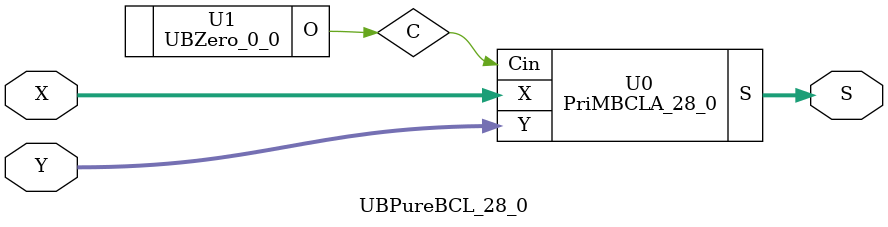
<source format=v>
/*----------------------------------------------------------------------------
  Copyright (c) 2021 Homma laboratory. All rights reserved.

  Top module: UBBCL_28_0_28_0

  Operand-1 length: 29
  Operand-2 length: 29
  Two-operand addition algorithm: Block carry look-ahead adder
----------------------------------------------------------------------------*/

module GPGenerator(Go, Po, A, B);
  output Go;
  output Po;
  input A;
  input B;
  assign Go = A & B;
  assign Po = A ^ B;
endmodule

module BCLAU_4(Go, Po, G, P, Cin);
  output Go;
  output Po;
  input Cin;
  input [3:0] G;
  input [3:0] P;
  assign Po = P[0] & P[1] & P[2] & P[3];
  assign Go = G[3] | ( P[3] & G[2] ) | ( P[3] & P[2] & G[1] ) | ( P[3] & P[2] & P[1] & G[0] );
endmodule

module BCLAlU_4(Go, Po, S, X, Y, Cin);
  output Go;
  output Po;
  output [3:0] S;
  input Cin;
  input [3:0] X;
  input [3:0] Y;
  wire [3:1] C;
  wire [3:0] G;
  wire [3:0] P;
  assign C[1] = G[0] | ( P[0] & Cin );
  assign C[2] = G[1] | ( P[1] & C[1] );
  assign C[3] = G[2] | ( P[2] & C[2] );
  assign S[0] = P[0] ^ Cin;
  assign S[1] = P[1] ^ C[1];
  assign S[2] = P[2] ^ C[2];
  assign S[3] = P[3] ^ C[3];
  GPGenerator U0 (G[0], P[0], X[0], Y[0]);
  GPGenerator U1 (G[1], P[1], X[1], Y[1]);
  GPGenerator U2 (G[2], P[2], X[2], Y[2]);
  GPGenerator U3 (G[3], P[3], X[3], Y[3]);
  BCLAU_4 U4 (Go, Po, G, P, Cin);
endmodule

module BCLAlU_1(Go, Po, S, X, Y, Cin);
  output Go;
  output Po;
  output S;
  input Cin;
  input X;
  input Y;
  wire W;
  assign S = W ^ Cin;
  assign Po = W;
  GPGenerator U0 (Go, W, X, Y);
endmodule

module PriMBCLA_28_0(S, X, Y, Cin);
  output [29:0] S;
  input Cin;
  input [28:0] X;
  input [28:0] Y;
  wire [7:0] C1;
  wire [1:0] C2;
  wire [7:0] G1;
  wire [1:0] G2;
  wire [7:0] P1;
  wire [1:0] P2;
  assign C1[0] = C2[0];
  assign C1[1] = G1[0] | ( P1[0] & C1[0] );
  assign C1[2] = G1[1] | ( P1[1] & C1[1] );
  assign C1[3] = G1[2] | ( P1[2] & C1[2] );
  assign C1[4] = C2[1];
  assign C1[5] = G1[4] | ( P1[4] & C1[4] );
  assign C1[6] = G1[5] | ( P1[5] & C1[5] );
  assign C1[7] = G1[6] | ( P1[6] & C1[6] );
  assign C2[0] = Cin;
  assign C2[1] = G2[0] | ( P2[0] & C2[0] );
  assign S[29] = G2[1] | ( P2[1] & C2[1] );
  BCLAlU_4 U0 (G1[0], P1[0], S[3:0], X[3:0], Y[3:0], C1[0]);
  BCLAlU_4 U1 (G1[1], P1[1], S[7:4], X[7:4], Y[7:4], C1[1]);
  BCLAlU_4 U2 (G1[2], P1[2], S[11:8], X[11:8], Y[11:8], C1[2]);
  BCLAlU_4 U3 (G1[3], P1[3], S[15:12], X[15:12], Y[15:12], C1[3]);
  BCLAlU_4 U4 (G1[4], P1[4], S[19:16], X[19:16], Y[19:16], C1[4]);
  BCLAlU_4 U5 (G1[5], P1[5], S[23:20], X[23:20], Y[23:20], C1[5]);
  BCLAlU_4 U6 (G1[6], P1[6], S[27:24], X[27:24], Y[27:24], C1[6]);
  BCLAlU_1 U7 (G1[7], P1[7], S[28], X[28], Y[28], C1[7]);
  BCLAU_4 U8 (G2[0], P2[0], G1[3:0], P1[3:0], C2[0]);
  BCLAU_4 U9 (G2[1], P2[1], G1[7:4], P1[7:4], C2[1]);
endmodule

module UBZero_0_0(O);
  output [0:0] O;
  assign O[0] = 0;
endmodule

module UBBCL_28_0_28_0 (S, X, Y);
  output [29:0] S;
  input [28:0] X;
  input [28:0] Y;
  UBPureBCL_28_0 U0 (S[29:0], X[28:0], Y[28:0]);
endmodule

module UBPureBCL_28_0 (S, X, Y);
  output [29:0] S;
  input [28:0] X;
  input [28:0] Y;
  wire C;
  PriMBCLA_28_0 U0 (S, X, Y, C);
  UBZero_0_0 U1 (C);
endmodule


</source>
